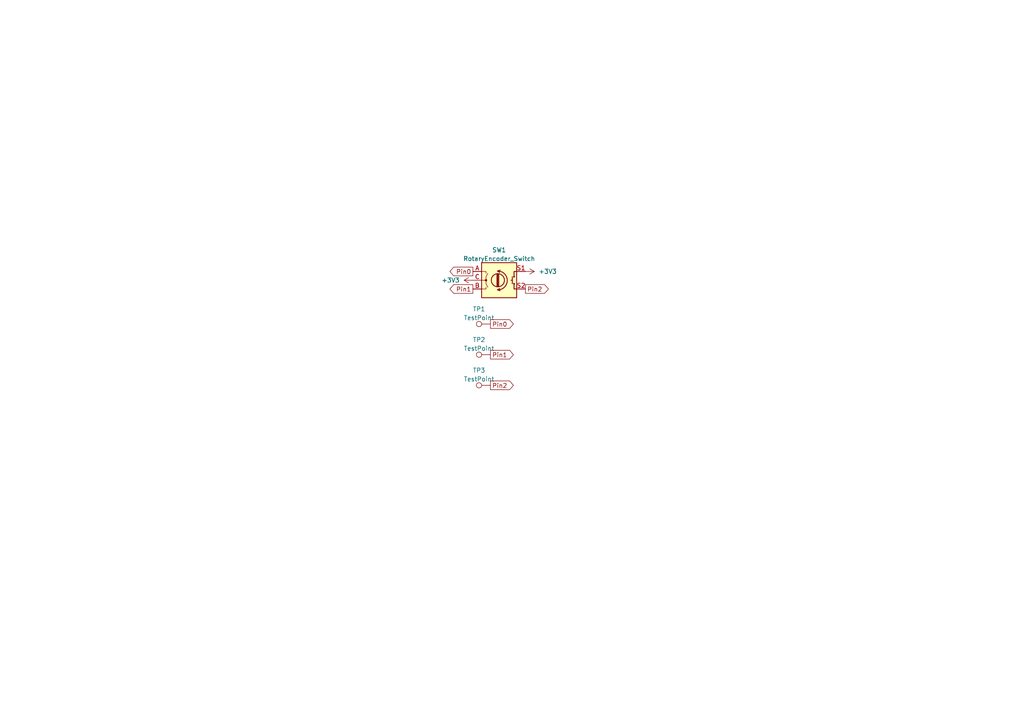
<source format=kicad_sch>
(kicad_sch (version 20211123) (generator eeschema)
  (paper "A4")
  (lib_symbols
    (symbol "Connector:TestPoint" (pin_numbers hide) (pin_names (offset 0.762) hide)
      (property "Reference" "TP" (at 0 6.858 0))
      (property "Value" "TestPoint" (at 0 5.08 0))
      (symbol "TestPoint_0_1"
        (circle (center 0 3.302) (radius 0.762))
      )
      (symbol "TestPoint_1_1"
        (pin passive line (at 0 0 90) (length 2.54) (name "1") (number "1"))
      )
    )
    (symbol "Device:RotaryEncoder_Switch" (pin_names (offset 0.254) hide)
      (property "Reference" "SW" (at 0 6.604 0))
      (property "Value" "RotaryEncoder_Switch" (at 0 -6.604 0))
      (symbol "RotaryEncoder_Switch_0_1"
        (rectangle (start -5.08 5.08) (end 5.08 -5.08) (stroke (width 0.254)) (fill (type background)))
        (circle (center -3.81 0) (radius 0.254) (fill (type outline)))
        (arc (start -0.381 -2.794) (mid 2.3622 -0.0508) (end -0.381 2.667) (stroke (width 0.254)))
        (circle (center -0.381 0) (radius 1.905) (stroke (width 0.254)))
        (polyline (pts (xy -0.635 -1.778) (xy -0.635 1.778)) (stroke (width 0.254)))
        (polyline (pts (xy -0.381 -1.778) (xy -0.381 1.778)) (stroke (width 0.254)))
        (polyline (pts (xy -0.127 1.778) (xy -0.127 -1.778)) (stroke (width 0.254)))
        (polyline (pts (xy 3.81 0) (xy 3.429 0)) (stroke (width 0.254)))
        (polyline (pts (xy 3.81 1.016) (xy 3.81 -1.016)) (stroke (width 0.254)))
        (polyline (pts (xy -5.08 -2.54) (xy -3.81 -2.54) (xy -3.81 -2.032)))
        (polyline (pts (xy -5.08 2.54) (xy -3.81 2.54) (xy -3.81 2.032)))
        (polyline (pts (xy 0.254 -3.048) (xy -0.508 -2.794) (xy 0.127 -2.413)) (stroke (width 0.254)))
        (polyline (pts (xy 0.254 2.921) (xy -0.508 2.667) (xy 0.127 2.286)) (stroke (width 0.254)))
        (polyline (pts (xy 5.08 -2.54) (xy 4.318 -2.54) (xy 4.318 -1.016)) (stroke (width 0.254)))
        (polyline (pts (xy 5.08 2.54) (xy 4.318 2.54) (xy 4.318 1.016)) (stroke (width 0.254)))
        (polyline (pts (xy -5.08 0) (xy -3.81 0) (xy -3.81 -1.016) (xy -3.302 -2.032)))
        (polyline (pts (xy -4.318 0) (xy -3.81 0) (xy -3.81 1.016) (xy -3.302 2.032)))
        (circle (center 4.318 -1.016) (radius 0.127) (stroke (width 0.254)))
        (circle (center 4.318 1.016) (radius 0.127) (stroke (width 0.254)))
      )
      (symbol "RotaryEncoder_Switch_1_1"
        (pin passive line (at -7.62 2.54 0) (length 2.54) (name "A") (number "A"))
        (pin passive line (at -7.62 -2.54 0) (length 2.54) (name "B") (number "B"))
        (pin passive line (at -7.62 0 0) (length 2.54) (name "C") (number "C"))
        (pin passive line (at 7.62 2.54 180) (length 2.54) (name "S1") (number "S1"))
        (pin passive line (at 7.62 -2.54 180) (length 2.54) (name "S2") (number "S2"))
      )
    )
    (symbol "power:+3V3" (power) (pin_names (offset 0))
      (property "Value" "+3V3" (at 0 3.556 0))
      (symbol "+3V3_0_1"
        (polyline (pts (xy -0.762 1.27) (xy 0 2.54)))
        (polyline (pts (xy 0 0) (xy 0 2.54)))
        (polyline (pts (xy 0 2.54) (xy 0.762 1.27)))
      )
      (symbol "+3V3_1_1"
        (pin power_in line (at 0 0 90) (length 0) hide (name "+3V3") (number "1"))
      )
    )
  )
  (global_label "Pin1" (shape output) (at 137.16 83.82 180) (property "Intersheet References" "${INTERSHEET_REFS}" (effects hide)))
  (global_label "Pin0" (shape output) (at 142.24 93.98 0) (property "Intersheet References" "${INTERSHEET_REFS}" (effects hide)))
  (global_label "Pin1" (shape output) (at 142.24 102.87 0) (property "Intersheet References" "${INTERSHEET_REFS}" (effects hide)))
  (global_label "Pin2" (shape output) (at 152.4 83.82 0) (property "Intersheet References" "${INTERSHEET_REFS}" (effects hide)))
  (global_label "Pin2" (shape output) (at 142.24 111.76 0) (property "Intersheet References" "${INTERSHEET_REFS}" (effects hide)))
  (global_label "Pin0" (shape output) (at 137.16 78.74 180) (property "Intersheet References" "${INTERSHEET_REFS}" (effects hide)))
  (symbol (lib_id "power:+3V3") (at 137.16 81.28 90) (unit 1)
    (property "Reference" "#PWR0102" (effects hide))
    (property "Value" "+3V3" (at 133.35 81.28 90) (effects (justify left)))
  )
  (symbol (lib_id "Device:RotaryEncoder_Switch") (at 144.78 81.28 0) (unit 1)
    (property "Reference" "SW1" (at 144.78 72.5002 0))
    (property "Value" "RotaryEncoder_Switch" (at 144.78 75.0371 0))
    (property "Footprint" "local:PEC11R-4220F-S0024" (effects hide))
    (property "Description" "ROTARY ENCODER MECHANICAL 24PPR" (effects hide))
    (property "Dist" "DigiKey" (effects hide))
    (property "DistLink" "https://www.digikey.de/en/products/detail/bourns-inc/PEC11R-4220F-S0024/4499660" (effects hide))
    (property "DistPartNumber" "PEC11R-4220F-S0024-ND" (effects hide))
    (property "Place" "No" (effects hide))
  )
  (symbol (lib_id "Connector:TestPoint") (at 142.24 111.76 90) (unit 1)
    (property "Reference" "TP3" (at 138.938 107.4252 90))
    (property "Value" "TestPoint" (at 138.938 109.9621 90))
    (property "Footprint" "TestPoint:TestPoint_Pad_D1.5mm" (effects hide))
  )
  (symbol (lib_id "Connector:TestPoint") (at 142.24 102.87 90) (unit 1)
    (property "Reference" "TP2" (at 138.938 98.5352 90))
    (property "Value" "TestPoint" (at 138.938 101.0721 90))
    (property "Footprint" "TestPoint:TestPoint_Pad_D1.5mm" (effects hide))
  )
  (symbol (lib_id "Connector:TestPoint") (at 142.24 93.98 90) (unit 1)
    (property "Reference" "TP1" (at 138.938 89.6452 90))
    (property "Value" "TestPoint" (at 138.938 92.1821 90))
    (property "Footprint" "TestPoint:TestPoint_Pad_D1.5mm" (effects hide))
  )
  (symbol (lib_id "power:+3V3") (at 152.4 78.74 270) (unit 1)
    (property "Reference" "#PWR0101" (effects hide))
    (property "Value" "+3V3" (at 156.21 78.74 90) (effects (justify left)))
  )
)
</source>
